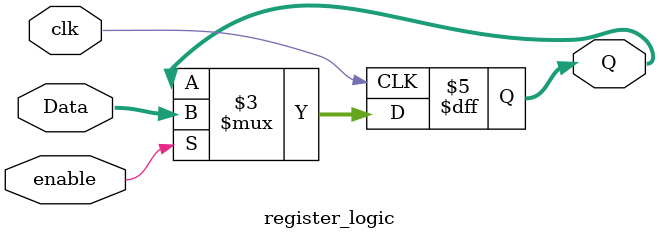
<source format=v>
`timescale 1ns / 1ps

module register_logic(
    input clk,
    input enable,
    input [4:0] Data,
    output reg [4:0] Q
    );
    
    always @(posedge clk)
        begin
            if (enable) begin
                 Q = Data;  
    end
    end   
        
endmodule

</source>
